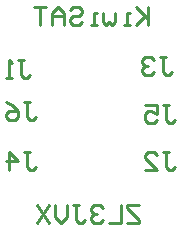
<source format=gbo>
%FSLAX43Y43*%
%MOMM*%
G71*
G01*
G75*
%ADD10R,1.400X3.600*%
%ADD11R,1.400X5.080*%
%ADD12C,0.700*%
%ADD13C,2.000*%
%ADD14C,0.210*%
%ADD15C,1.000*%
%ADD16C,0.254*%
%ADD17C,0.200*%
%ADD18C,0.250*%
D16*
X9234Y19524D02*
X9742D01*
X9488D01*
Y18254D01*
X9742Y18000D01*
X9996D01*
X10250Y18254D01*
X8726Y18000D02*
X8219D01*
X8473D01*
Y19524D01*
X8726Y19270D01*
X9734Y16024D02*
X10242D01*
X9988D01*
Y14754D01*
X10242Y14500D01*
X10496D01*
X10750Y14754D01*
X8211Y16024D02*
X8719Y15770D01*
X9226Y15262D01*
Y14754D01*
X8973Y14500D01*
X8465D01*
X8211Y14754D01*
Y15008D01*
X8465Y15262D01*
X9226D01*
X21484Y15774D02*
X21992D01*
X21738D01*
Y14504D01*
X21992Y14250D01*
X22246D01*
X22500Y14504D01*
X19961Y15774D02*
X20976D01*
Y15012D01*
X20469Y15266D01*
X20215D01*
X19961Y15012D01*
Y14504D01*
X20215Y14250D01*
X20723D01*
X20976Y14504D01*
X9734Y11774D02*
X10242D01*
X9988D01*
Y10504D01*
X10242Y10250D01*
X10496D01*
X10750Y10504D01*
X8465Y10250D02*
Y11774D01*
X9226Y11012D01*
X8211D01*
X21234Y19774D02*
X21742D01*
X21488D01*
Y18504D01*
X21742Y18250D01*
X21996D01*
X22250Y18504D01*
X20726Y19520D02*
X20473Y19774D01*
X19965D01*
X19711Y19520D01*
Y19266D01*
X19965Y19012D01*
X20219D01*
X19965D01*
X19711Y18758D01*
Y18504D01*
X19965Y18250D01*
X20473D01*
X20726Y18504D01*
X21484Y11774D02*
X21992D01*
X21738D01*
Y10504D01*
X21992Y10250D01*
X22246D01*
X22500Y10504D01*
X19961Y10250D02*
X20976D01*
X19961Y11266D01*
Y11520D01*
X20215Y11774D01*
X20723D01*
X20976Y11520D01*
X19500Y7274D02*
X18484D01*
Y7020D01*
X19500Y6004D01*
Y5750D01*
X18484D01*
X17976Y7274D02*
Y5750D01*
X16961D01*
X16453Y7020D02*
X16199Y7274D01*
X15691D01*
X15437Y7020D01*
Y6766D01*
X15691Y6512D01*
X15945D01*
X15691D01*
X15437Y6258D01*
Y6004D01*
X15691Y5750D01*
X16199D01*
X16453Y6004D01*
X13914Y7274D02*
X14422D01*
X14168D01*
Y6004D01*
X14422Y5750D01*
X14676D01*
X14929Y6004D01*
X13406Y7274D02*
Y6258D01*
X12898Y5750D01*
X12390Y6258D01*
Y7274D01*
X11882D02*
X10867Y5750D01*
Y7274D02*
X11882Y5750D01*
X20250Y24024D02*
Y22500D01*
Y23008D01*
X19234Y24024D01*
X19996Y23262D01*
X19234Y22500D01*
X18726D02*
X18219D01*
X18473D01*
Y23516D01*
X18726D01*
X17457D02*
Y22754D01*
X17203Y22500D01*
X16949Y22754D01*
X16695Y22500D01*
X16441Y22754D01*
Y23516D01*
X15933Y22500D02*
X15426D01*
X15679D01*
Y23516D01*
X15933D01*
X13648Y23770D02*
X13902Y24024D01*
X14410D01*
X14664Y23770D01*
Y23516D01*
X14410Y23262D01*
X13902D01*
X13648Y23008D01*
Y22754D01*
X13902Y22500D01*
X14410D01*
X14664Y22754D01*
X13140Y22500D02*
Y23516D01*
X12632Y24024D01*
X12125Y23516D01*
Y22500D01*
Y23262D01*
X13140D01*
X11617Y24024D02*
X10601D01*
X11109D01*
Y22500D01*
M02*

</source>
